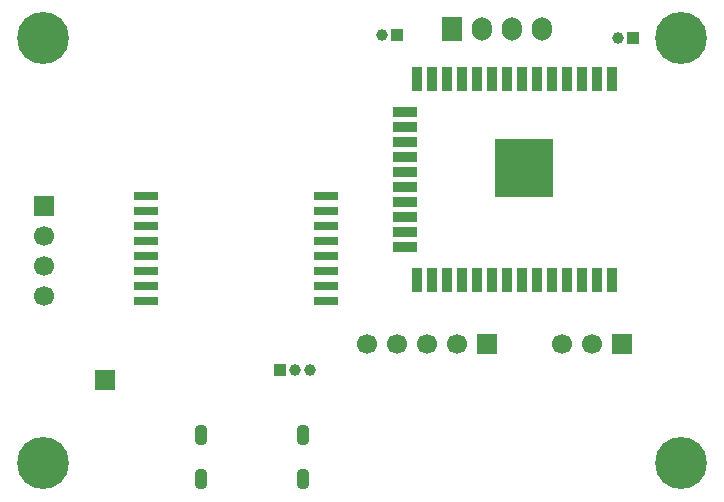
<source format=gts>
%TF.GenerationSoftware,KiCad,Pcbnew,9.0.2*%
%TF.CreationDate,2025-06-17T20:14:42+02:00*%
%TF.ProjectId,elrs_tx_full,656c7273-5f74-4785-9f66-756c6c2e6b69,rev?*%
%TF.SameCoordinates,Original*%
%TF.FileFunction,Soldermask,Top*%
%TF.FilePolarity,Negative*%
%FSLAX46Y46*%
G04 Gerber Fmt 4.6, Leading zero omitted, Abs format (unit mm)*
G04 Created by KiCad (PCBNEW 9.0.2) date 2025-06-17 20:14:42*
%MOMM*%
%LPD*%
G01*
G04 APERTURE LIST*
%ADD10R,1.700000X1.700000*%
%ADD11C,1.700000*%
%ADD12R,1.000000X1.000000*%
%ADD13C,1.000000*%
%ADD14C,4.400000*%
%ADD15R,2.000000X0.800000*%
%ADD16R,0.900000X2.000000*%
%ADD17R,2.000000X0.900000*%
%ADD18R,5.000000X5.000000*%
%ADD19O,1.100000X1.800000*%
%ADD20R,1.700000X2.000000*%
%ADD21O,1.700000X2.000000*%
G04 APERTURE END LIST*
D10*
%TO.C,J8*%
X120576000Y-68956000D03*
D11*
X118036000Y-68956000D03*
X115496000Y-68956000D03*
X112956000Y-68956000D03*
X110416000Y-68956000D03*
%TD*%
D12*
%TO.C,J10*%
X103050000Y-71115000D03*
D13*
X104320000Y-71115000D03*
X105590000Y-71115000D03*
%TD*%
D14*
%TO.C,H2*%
X83000000Y-79000000D03*
%TD*%
D15*
%TO.C,U1*%
X106974800Y-65247600D03*
X106974800Y-63977600D03*
X106974800Y-62707600D03*
X106974800Y-61437600D03*
X106974800Y-60167600D03*
X106974800Y-58897600D03*
X106974800Y-57627600D03*
X106974800Y-56357600D03*
X91734800Y-56357600D03*
X91734800Y-57627600D03*
X91734800Y-58897600D03*
X91734800Y-60167600D03*
X91734800Y-61437600D03*
X91734800Y-62707600D03*
X91734800Y-63977600D03*
X91734800Y-65247600D03*
%TD*%
D14*
%TO.C,H1*%
X83000000Y-43000000D03*
%TD*%
%TO.C,H4*%
X137000000Y-79000000D03*
%TD*%
D10*
%TO.C,J6*%
X132006000Y-68956000D03*
D11*
X129466000Y-68956000D03*
X126926000Y-68956000D03*
%TD*%
D12*
%TO.C,J9*%
X112956000Y-42794000D03*
D13*
X111686000Y-42794000D03*
%TD*%
D16*
%TO.C,U2*%
X131165000Y-46486000D03*
X129895000Y-46486000D03*
X128625000Y-46486000D03*
X127355000Y-46486000D03*
X126085000Y-46486000D03*
X124815000Y-46486000D03*
X123545000Y-46486000D03*
X122275000Y-46486000D03*
X121005000Y-46486000D03*
X119735000Y-46486000D03*
X118465000Y-46486000D03*
X117195000Y-46486000D03*
X115925000Y-46486000D03*
X114655000Y-46486000D03*
D17*
X113655000Y-49271000D03*
X113655000Y-50541000D03*
X113655000Y-51811000D03*
X113655000Y-53081000D03*
X113655000Y-54351000D03*
X113655000Y-55621000D03*
X113655000Y-56891000D03*
X113655000Y-58161000D03*
X113655000Y-59431000D03*
X113655000Y-60701000D03*
D16*
X114655000Y-63486000D03*
X115925000Y-63486000D03*
X117195000Y-63486000D03*
X118465000Y-63486000D03*
X119735000Y-63486000D03*
X121005000Y-63486000D03*
X122275000Y-63486000D03*
X123545000Y-63486000D03*
X124815000Y-63486000D03*
X126085000Y-63486000D03*
X127355000Y-63486000D03*
X128625000Y-63486000D03*
X129895000Y-63486000D03*
X131165000Y-63486000D03*
D18*
X123665000Y-53986000D03*
%TD*%
D14*
%TO.C,H3*%
X137000000Y-43000000D03*
%TD*%
D12*
%TO.C,J7*%
X132895000Y-43048000D03*
D13*
X131625000Y-43048000D03*
%TD*%
D19*
%TO.C,P1*%
X104980400Y-80386000D03*
X104980400Y-76586000D03*
X96380400Y-80386000D03*
X96380400Y-76586000D03*
%TD*%
D20*
%TO.C,J5*%
X117642800Y-42286000D03*
D21*
X120182800Y-42286000D03*
X122722800Y-42286000D03*
X125262800Y-42286000D03*
%TD*%
D10*
%TO.C,J1*%
X88216400Y-72004000D03*
%TD*%
%TO.C,J4*%
X83048000Y-57272000D03*
D11*
X83048000Y-59812000D03*
X83048000Y-62352000D03*
X83048000Y-64892000D03*
%TD*%
M02*

</source>
